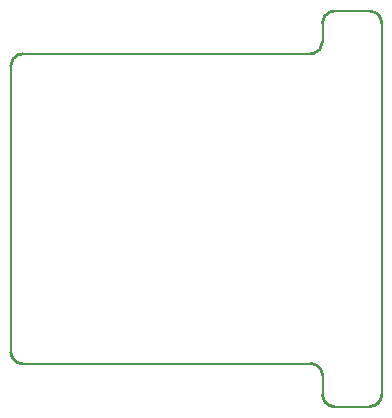
<source format=gm1>
G04*
G04 #@! TF.GenerationSoftware,Altium Limited,Altium Designer,20.0.2 (26)*
G04*
G04 Layer_Color=16711935*
%FSLAX25Y25*%
%MOIN*%
G70*
G01*
G75*
%ADD10C,0.01000*%
%ADD43C,0.00600*%
D10*
X9843Y123016D02*
G03*
X5906Y126953I-3937J0D01*
G01*
X-5906D02*
G03*
X-7045Y126784I0J-3937D01*
G01*
D02*
G03*
X-9843Y123016I1140J-3768D01*
G01*
X-12793Y112799D02*
G03*
X-9843Y116611I-986J3811D01*
G01*
X-13780Y112674D02*
G03*
X-12793Y112799I0J3937D01*
G01*
X-109795Y112674D02*
G03*
X-111197Y112416I0J-3937D01*
G01*
D02*
G03*
X-113732Y108737I1402J-3679D01*
G01*
Y13311D02*
G03*
X-110266Y9402I3937J0D01*
G01*
D02*
G03*
X-109795Y9374I471J3909D01*
G01*
X-13458Y9360D02*
G03*
X-13780Y9374I-322J-3924D01*
G01*
X-9843Y5437D02*
G03*
X-13458Y9360I-3937J0D01*
G01*
X-9843Y-969D02*
G03*
X-6410Y-4873I3937J0D01*
G01*
D02*
G03*
X-5906Y-4905I505J3904D01*
G01*
X5906D02*
G03*
X9843Y-969I0J3937D01*
G01*
D43*
X-113732Y13311D02*
Y108737D01*
X1235Y126953D02*
X5906D01*
X-1235D02*
X1235D01*
X-5906D02*
X-1235D01*
X-109795Y9374D02*
X-105858D01*
X-13780D01*
X-5906Y-4905D02*
X0D01*
X5906D01*
X-9843Y-969D02*
Y5437D01*
X9843Y-969D02*
X9843Y123016D01*
X-9843Y116611D02*
Y123016D01*
X-109795Y112674D02*
X-13780D01*
M02*

</source>
